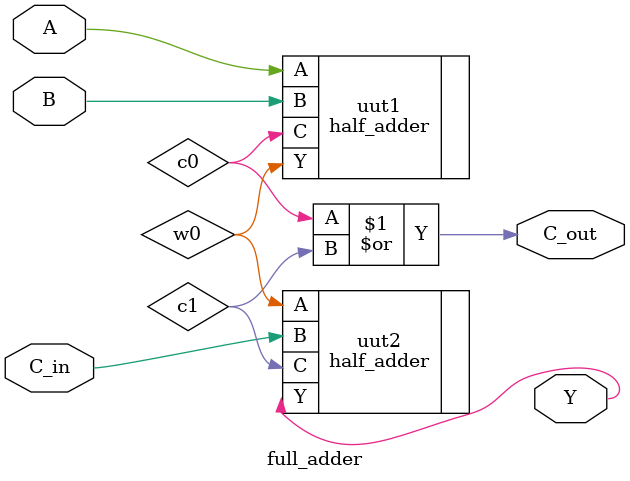
<source format=v>
`timescale 1ns / 1ps


module full_adder(
    input A,B,C_in,
    output Y,C_out
    );
    
    wire w0;
    wire c0,c1;
    
    half_adder uut1 (.A(A),.B(B),.Y(w0),.C(c0));
    half_adder uut2 (.A(w0),.B(C_in),.Y(Y),.C(c1));
    
    assign C_out = c0|c1;
    
endmodule


</source>
